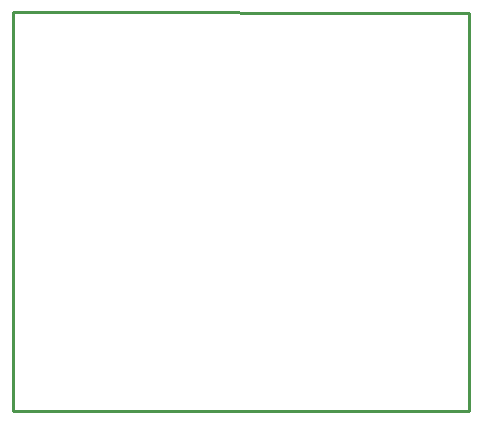
<source format=gbr>
G04 EAGLE Gerber X2 export*
%TF.Part,Single*%
%TF.FileFunction,Profile,NP*%
%TF.FilePolarity,Positive*%
%TF.GenerationSoftware,Autodesk,EAGLE,9.1.0*%
%TF.CreationDate,2018-08-06T08:45:11Z*%
G75*
%MOMM*%
%FSLAX34Y34*%
%LPD*%
%AMOC8*
5,1,8,0,0,1.08239X$1,22.5*%
G01*
%ADD10C,0.254000*%


D10*
X840Y313043D02*
X387271Y313062D01*
X386889Y650704D01*
X940Y651340D01*
X840Y313043D01*
M02*

</source>
